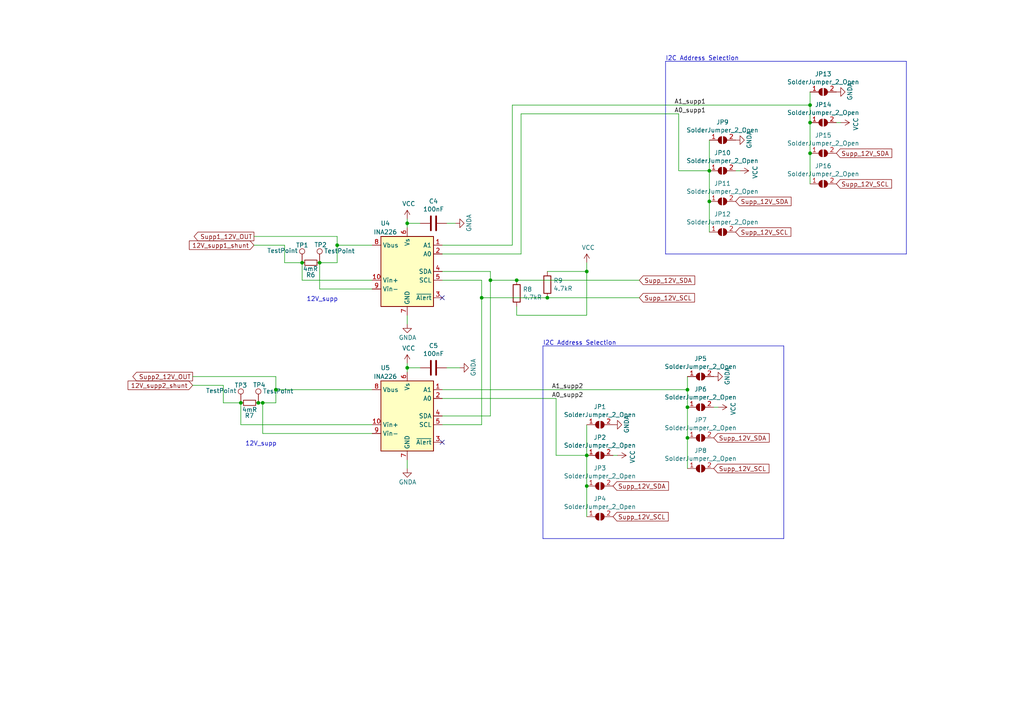
<source format=kicad_sch>
(kicad_sch (version 20230121) (generator eeschema)
  (paper "A4")
  (title_block (title "Measure Circuit Support Power"))
  (lib_symbols
    (symbol "Connector:TestPoint" (pin_numbers hide) (pin_names (offset 0.762) hide)
      (property "Reference" "TP" (at 0 6.858 0))
      (property "Value" "TestPoint" (at 0 5.08 0))
      (symbol "TestPoint_0_1"
        (circle (center 0 3.302) (radius 0.762))
      )
      (symbol "TestPoint_1_1"
        (pin passive line (at 0 0 90) (length 2.54) (name "1") (number "1"))
      )
    )
    (symbol "Device:C" (pin_numbers hide) (pin_names (offset 0.254))
      (property "Reference" "C" (at 0.635 2.54 0))
      (property "Value" "C" (at 0.635 -2.54 0))
      (symbol "C_0_1"
        (polyline (pts (xy -2.032 -0.762) (xy 2.032 -0.762)) (stroke (width 0.508)))
        (polyline (pts (xy -2.032 0.762) (xy 2.032 0.762)) (stroke (width 0.508)))
      )
      (symbol "C_1_1"
        (pin passive line (at 0 3.81 270) (length 2.794) (name "~") (number "1"))
        (pin passive line (at 0 -3.81 90) (length 2.794) (name "~") (number "2"))
      )
    )
    (symbol "Device:R" (pin_numbers hide) (pin_names (offset 0))
      (property "Reference" "R" (at 2.032 0 90))
      (property "Value" "R" (at 0 0 90))
      (symbol "R_0_1"
        (rectangle (start -1.016 -2.54) (end 1.016 2.54) (stroke (width 0.254)))
      )
      (symbol "R_1_1"
        (pin passive line (at 0 3.81 270) (length 1.27) (name "~") (number "1"))
        (pin passive line (at 0 -3.81 90) (length 1.27) (name "~") (number "2"))
      )
    )
    (symbol "Device:R_Small" (pin_numbers hide) (pin_names (offset 0.254) hide)
      (property "Reference" "R" (at 0.762 0.508 0))
      (property "Value" "R_Small" (at 0.762 -1.016 0))
      (symbol "R_Small_0_1"
        (rectangle (start -0.762 1.778) (end 0.762 -1.778) (stroke (width 0.2032)))
      )
      (symbol "R_Small_1_1"
        (pin passive line (at 0 2.54 270) (length 0.762) (name "~") (number "1"))
        (pin passive line (at 0 -2.54 90) (length 0.762) (name "~") (number "2"))
      )
    )
    (symbol "Jumper:SolderJumper_2_Open" (pin_names (offset 0) hide)
      (property "Reference" "JP" (at 0 2.032 0))
      (property "Value" "SolderJumper_2_Open" (at 0 -2.54 0))
      (symbol "SolderJumper_2_Open_0_1"
        (arc (start -0.254 1.016) (mid -1.2656 0) (end -0.254 -1.016))
        (arc (start -0.254 1.016) (mid -1.2656 0) (end -0.254 -1.016) (fill (type outline)))
        (polyline (pts (xy -0.254 1.016) (xy -0.254 -1.016)))
        (polyline (pts (xy 0.254 1.016) (xy 0.254 -1.016)))
        (arc (start 0.254 -1.016) (mid 1.2656 0) (end 0.254 1.016))
        (arc (start 0.254 -1.016) (mid 1.2656 0) (end 0.254 1.016) (fill (type outline)))
      )
      (symbol "SolderJumper_2_Open_1_1"
        (pin passive line (at -3.81 0 0) (length 2.54) (name "A") (number "1"))
        (pin passive line (at 3.81 0 180) (length 2.54) (name "B") (number "2"))
      )
    )
    (symbol "m_pex_sensor-rescue:INA226-Analog_ADC"
      (property "Reference" "U" (at 3.81 11.43 0))
      (property "Value" "m_pex_sensor-rescue_INA226-Analog_ADC" (at 5.08 -11.43 0))
      (symbol "INA226-Analog_ADC_0_1"
        (rectangle (start 7.62 10.16) (end -7.62 -10.16) (stroke (width 0.254)) (fill (type background)))
      )
      (symbol "INA226-Analog_ADC_1_1"
        (pin passive line (at 10.16 7.62 180) (length 2.54) (name "A1") (number "1"))
        (pin input line (at -10.16 -2.54 0) (length 2.54) (name "Vin+") (number "10"))
        (pin passive line (at 10.16 5.08 180) (length 2.54) (name "A0") (number "2"))
        (pin open_collector line (at 10.16 -7.62 180) (length 2.54) (name "~{Alert}") (number "3"))
        (pin bidirectional line (at 10.16 0 180) (length 2.54) (name "SDA") (number "4"))
        (pin input line (at 10.16 -2.54 180) (length 2.54) (name "SCL") (number "5"))
        (pin power_in line (at 0 12.7 270) (length 2.54) (name "Vs") (number "6"))
        (pin power_in line (at 0 -12.7 90) (length 2.54) (name "GND") (number "7"))
        (pin input line (at -10.16 7.62 0) (length 2.54) (name "Vbus") (number "8"))
        (pin input line (at -10.16 -5.08 0) (length 2.54) (name "Vin-") (number "9"))
      )
    )
    (symbol "power:GNDA" (power) (pin_names (offset 0))
      (property "Value" "GNDA" (at 0 -3.81 0))
      (symbol "GNDA_0_1"
        (polyline (pts (xy 0 0) (xy 0 -1.27) (xy 1.27 -1.27) (xy 0 -2.54) (xy -1.27 -1.27) (xy 0 -1.27)))
      )
      (symbol "GNDA_1_1"
        (pin power_in line (at 0 0 270) (length 0) hide (name "GNDA") (number "1"))
      )
    )
    (symbol "power:VCC" (power) (pin_names (offset 0))
      (property "Value" "VCC" (at 0 3.81 0))
      (symbol "VCC_0_1"
        (polyline (pts (xy -0.762 1.27) (xy 0 2.54)))
        (polyline (pts (xy 0 0) (xy 0 2.54)))
        (polyline (pts (xy 0 2.54) (xy 0.762 1.27)))
      )
      (symbol "VCC_1_1"
        (pin power_in line (at 0 0 90) (length 0) hide (name "VCC") (number "1"))
      )
    )
  )
  (junction (at 142.24 81.28))
  (junction (at 158.75 86.36))
  (junction (at 170.18 140.97))
  (junction (at 234.95 44.45))
  (junction (at 170.18 78.74))
  (junction (at 149.86 81.28))
  (junction (at 199.39 113.03))
  (junction (at 76.2 116.84))
  (junction (at 118.11 64.77))
  (junction (at 97.79 71.12))
  (junction (at 74.93 116.84))
  (junction (at 92.71 76.2))
  (junction (at 199.39 118.11))
  (junction (at 205.74 58.42))
  (junction (at 234.95 30.48))
  (junction (at 80.01 113.03))
  (junction (at 170.18 132.08))
  (junction (at 118.11 106.68))
  (junction (at 205.74 49.53))
  (junction (at 87.63 76.2))
  (junction (at 69.85 116.84))
  (junction (at 199.39 127))
  (junction (at 234.95 35.56))
  (junction (at 139.7 86.36))
  (no_connect (at 128.27 128.27))
  (no_connect (at 128.27 86.36))
  (wire (pts (xy 151.13 33.02) (xy 151.13 73.66)))
  (wire (pts (xy 118.11 63.5) (xy 118.11 64.77)))
  (wire (pts (xy 97.79 71.12) (xy 97.79 68.58)))
  (wire (pts (xy 128.27 115.57) (xy 161.29 115.57)))
  (wire (pts (xy 205.74 49.53) (xy 205.74 58.42)))
  (polyline (pts (xy 193.04 17.78) (xy 262.89 17.78)))
  (wire (pts (xy 179.07 132.08) (xy 177.8 132.08)))
  (wire (pts (xy 170.18 123.19) (xy 170.18 132.08)))
  (wire (pts (xy 76.2 125.73) (xy 107.95 125.73)))
  (wire (pts (xy 118.11 133.35) (xy 118.11 135.89)))
  (wire (pts (xy 196.85 49.53) (xy 205.74 49.53)))
  (wire (pts (xy 82.55 76.2) (xy 82.55 71.12)))
  (wire (pts (xy 148.59 30.48) (xy 234.95 30.48)))
  (wire (pts (xy 128.27 113.03) (xy 199.39 113.03)))
  (wire (pts (xy 118.11 105.41) (xy 118.11 106.68)))
  (wire (pts (xy 80.01 113.03) (xy 107.95 113.03)))
  (wire (pts (xy 205.74 58.42) (xy 205.74 67.31)))
  (wire (pts (xy 118.11 106.68) (xy 118.11 107.95)))
  (wire (pts (xy 199.39 127) (xy 199.39 135.89)))
  (wire (pts (xy 97.79 76.2) (xy 97.79 71.12)))
  (wire (pts (xy 64.77 116.84) (xy 64.77 111.76)))
  (wire (pts (xy 80.01 116.84) (xy 80.01 113.03)))
  (wire (pts (xy 151.13 73.66) (xy 128.27 73.66)))
  (wire (pts (xy 142.24 78.74) (xy 142.24 81.28)))
  (wire (pts (xy 80.01 109.22) (xy 55.88 109.22)))
  (wire (pts (xy 161.29 115.57) (xy 161.29 132.08)))
  (wire (pts (xy 151.13 33.02) (xy 196.85 33.02)))
  (polyline (pts (xy 157.48 100.33) (xy 227.33 100.33)))
  (wire (pts (xy 97.79 71.12) (xy 107.95 71.12)))
  (wire (pts (xy 118.11 64.77) (xy 118.11 66.04)))
  (wire (pts (xy 97.79 68.58) (xy 73.66 68.58)))
  (wire (pts (xy 142.24 78.74) (xy 128.27 78.74)))
  (wire (pts (xy 214.63 49.53) (xy 213.36 49.53)))
  (wire (pts (xy 64.77 111.76) (xy 55.88 111.76)))
  (wire (pts (xy 139.7 86.36) (xy 139.7 123.19)))
  (wire (pts (xy 161.29 132.08) (xy 170.18 132.08)))
  (wire (pts (xy 205.74 40.64) (xy 205.74 49.53)))
  (wire (pts (xy 76.2 116.84) (xy 76.2 125.73)))
  (wire (pts (xy 158.75 78.74) (xy 170.18 78.74)))
  (wire (pts (xy 87.63 81.28) (xy 107.95 81.28)))
  (wire (pts (xy 118.11 91.44) (xy 118.11 93.98)))
  (wire (pts (xy 121.92 106.68) (xy 118.11 106.68)))
  (polyline (pts (xy 157.48 156.21) (xy 157.48 100.33)))
  (polyline (pts (xy 227.33 100.33) (xy 227.33 156.21)))
  (wire (pts (xy 87.63 76.2) (xy 87.63 81.28)))
  (wire (pts (xy 69.85 116.84) (xy 69.85 123.19)))
  (wire (pts (xy 199.39 118.11) (xy 199.39 127)))
  (wire (pts (xy 196.85 33.02) (xy 196.85 49.53)))
  (wire (pts (xy 243.84 35.56) (xy 242.57 35.56)))
  (wire (pts (xy 129.54 106.68) (xy 133.35 106.68)))
  (wire (pts (xy 208.28 118.11) (xy 207.01 118.11)))
  (polyline (pts (xy 227.33 156.21) (xy 157.48 156.21)))
  (wire (pts (xy 82.55 76.2) (xy 87.63 76.2)))
  (wire (pts (xy 170.18 132.08) (xy 170.18 140.97)))
  (wire (pts (xy 69.85 123.19) (xy 107.95 123.19)))
  (wire (pts (xy 234.95 35.56) (xy 234.95 44.45)))
  (wire (pts (xy 148.59 71.12) (xy 148.59 30.48)))
  (wire (pts (xy 142.24 81.28) (xy 149.86 81.28)))
  (wire (pts (xy 128.27 123.19) (xy 139.7 123.19)))
  (wire (pts (xy 149.86 91.44) (xy 170.18 91.44)))
  (wire (pts (xy 170.18 140.97) (xy 170.18 149.86)))
  (wire (pts (xy 199.39 109.22) (xy 199.39 113.03)))
  (wire (pts (xy 121.92 64.77) (xy 118.11 64.77)))
  (polyline (pts (xy 193.04 73.66) (xy 193.04 17.78)))
  (wire (pts (xy 158.75 86.36) (xy 139.7 86.36)))
  (wire (pts (xy 234.95 30.48) (xy 234.95 35.56)))
  (wire (pts (xy 92.71 76.2) (xy 92.71 83.82)))
  (wire (pts (xy 128.27 81.28) (xy 139.7 81.28)))
  (polyline (pts (xy 262.89 73.66) (xy 193.04 73.66)))
  (wire (pts (xy 158.75 86.36) (xy 185.42 86.36)))
  (wire (pts (xy 170.18 91.44) (xy 170.18 78.74)))
  (wire (pts (xy 139.7 81.28) (xy 139.7 86.36)))
  (wire (pts (xy 128.27 120.65) (xy 142.24 120.65)))
  (wire (pts (xy 132.08 64.77) (xy 129.54 64.77)))
  (wire (pts (xy 76.2 116.84) (xy 80.01 116.84)))
  (wire (pts (xy 80.01 113.03) (xy 80.01 109.22)))
  (wire (pts (xy 199.39 113.03) (xy 199.39 118.11)))
  (wire (pts (xy 82.55 71.12) (xy 73.66 71.12)))
  (wire (pts (xy 92.71 76.2) (xy 97.79 76.2)))
  (wire (pts (xy 142.24 81.28) (xy 142.24 120.65)))
  (wire (pts (xy 64.77 116.84) (xy 69.85 116.84)))
  (wire (pts (xy 92.71 83.82) (xy 107.95 83.82)))
  (wire (pts (xy 74.93 116.84) (xy 76.2 116.84)))
  (wire (pts (xy 128.27 71.12) (xy 148.59 71.12)))
  (wire (pts (xy 170.18 78.74) (xy 170.18 76.2)))
  (wire (pts (xy 149.86 81.28) (xy 185.42 81.28)))
  (polyline (pts (xy 262.89 17.78) (xy 262.89 73.66)))
  (wire (pts (xy 149.86 91.44) (xy 149.86 88.9)))
  (wire (pts (xy 234.95 44.45) (xy 234.95 53.34)))
  (wire (pts (xy 234.95 26.67) (xy 234.95 30.48)))
  (text "I2C Address Selection\n" (at 157.48 100.33 0) (effects (font (size 1.27 1.27)) (justify left bottom)))
  (text "I2C Address Selection\n" (at 193.04 17.78 0) (effects (font (size 1.27 1.27)) (justify left bottom)))
  (text "12V_supp\n" (at 88.9 87.63 0) (effects (font (size 1.27 1.27)) (justify left bottom)))
  (text "12V_supp\n" (at 71.12 129.54 0) (effects (font (size 1.27 1.27)) (justify left bottom)))
  (label "A1_supp2" (at 160.02 113.03 0))
  (label "A0_supp2" (at 160.02 115.57 0))
  (label "A1_supp1" (at 195.58 30.48 0))
  (label "A0_supp1" (at 195.58 33.02 0))
  (global_label "Supp_12V_SCL" (shape input) (at 185.42 86.36 0) (property "Intersheetrefs" "${INTERSHEET_REFS}" (effects hide)))
  (global_label "Supp_12V_SDA" (shape input) (at 213.36 58.42 0) (property "Intersheetrefs" "${INTERSHEET_REFS}" (effects hide)))
  (global_label "Supp_12V_SDA" (shape input) (at 177.8 140.97 0) (property "Intersheetrefs" "${INTERSHEET_REFS}" (effects hide)))
  (global_label "Supp2_12V_OUT" (shape output) (at 55.88 109.22 180) (property "Intersheetrefs" "${INTERSHEET_REFS}" (effects hide)))
  (global_label "Supp_12V_SCL" (shape input) (at 177.8 149.86 0) (property "Intersheetrefs" "${INTERSHEET_REFS}" (effects hide)))
  (global_label "Supp_12V_SDA" (shape input) (at 242.57 44.45 0) (property "Intersheetrefs" "${INTERSHEET_REFS}" (effects hide)))
  (global_label "12V_supp2_shunt" (shape input) (at 55.88 111.76 180) (property "Intersheetrefs" "${INTERSHEET_REFS}" (effects hide)))
  (global_label "Supp1_12V_OUT" (shape output) (at 73.66 68.58 180) (property "Intersheetrefs" "${INTERSHEET_REFS}" (effects hide)))
  (global_label "Supp_12V_SDA" (shape input) (at 207.01 127 0) (property "Intersheetrefs" "${INTERSHEET_REFS}" (effects hide)))
  (global_label "Supp_12V_SCL" (shape input) (at 207.01 135.89 0) (property "Intersheetrefs" "${INTERSHEET_REFS}" (effects hide)))
  (global_label "Supp_12V_SDA" (shape input) (at 185.42 81.28 0) (property "Intersheetrefs" "${INTERSHEET_REFS}" (effects hide)))
  (global_label "Supp_12V_SCL" (shape input) (at 213.36 67.31 0) (property "Intersheetrefs" "${INTERSHEET_REFS}" (effects hide)))
  (global_label "Supp_12V_SCL" (shape input) (at 242.57 53.34 0) (property "Intersheetrefs" "${INTERSHEET_REFS}" (effects hide)))
  (global_label "12V_supp1_shunt" (shape input) (at 73.66 71.12 180) (property "Intersheetrefs" "${INTERSHEET_REFS}" (effects hide)))
  (symbol (lib_id "Device:R_Small") (at 90.17 76.2 270) (unit 1)
    (property "Reference" "R6" (at 90.1192 79.756 90))
    (property "Value" "4mR" (at 90.043 77.978 90))
    (property "Footprint" "ShuntRes2512:PU2512FKM130R004L" (effects hide))
  )
  (symbol (lib_id "m_pex_sensor-rescue:INA226-Analog_ADC") (at 118.11 78.74 0) (unit 1)
    (property "Reference" "U4" (at 111.76 64.77 0))
    (property "Value" "INA226" (at 111.76 67.31 0))
    (property "Footprint" "Package_SO:MSOP-10_3x3mm_P0.5mm" (effects hide))
    (property "Datasheet" "http://www.ti.com/lit/ds/symlink/ina226.pdf" (effects hide))
  )
  (symbol (lib_id "m_pex_sensor-rescue:INA226-Analog_ADC") (at 118.11 120.65 0) (unit 1)
    (property "Reference" "U5" (at 111.76 106.68 0))
    (property "Value" "INA226" (at 111.76 109.22 0))
    (property "Footprint" "Package_SO:MSOP-10_3x3mm_P0.5mm" (effects hide))
    (property "Datasheet" "http://www.ti.com/lit/ds/symlink/ina226.pdf" (effects hide))
  )
  (symbol (lib_id "power:VCC") (at 118.11 63.5 0) (unit 1)
    (property "Reference" "#PWR0119" (effects hide))
    (property "Value" "VCC" (at 118.5418 59.1058 0))
  )
  (symbol (lib_id "Device:C") (at 125.73 64.77 270) (unit 1)
    (property "Reference" "C4" (at 125.73 58.3692 90))
    (property "Value" "100nF" (at 125.73 60.6806 90))
    (property "Footprint" "Resistor_SMD:R_0402_1005Metric" (effects hide))
  )
  (symbol (lib_id "Device:C") (at 125.73 106.68 270) (unit 1)
    (property "Reference" "C5" (at 125.73 100.2792 90))
    (property "Value" "100nF" (at 125.73 102.5906 90))
    (property "Footprint" "Resistor_SMD:R_0402_1005Metric" (effects hide))
  )
  (symbol (lib_id "power:VCC") (at 170.18 76.2 0) (unit 1)
    (property "Reference" "#PWR0120" (effects hide))
    (property "Value" "VCC" (at 170.6118 71.8058 0))
  )
  (symbol (lib_id "power:GNDA") (at 132.08 64.77 90) (unit 1)
    (property "Reference" "#PWR0123" (effects hide))
    (property "Value" "GNDA" (at 136.017 64.6684 0))
  )
  (symbol (lib_id "power:VCC") (at 118.11 105.41 0) (unit 1)
    (property "Reference" "#PWR0124" (effects hide))
    (property "Value" "VCC" (at 118.5418 101.0158 0))
  )
  (symbol (lib_id "Device:R") (at 149.86 85.09 0) (unit 1)
    (property "Reference" "R8" (at 151.638 83.9216 0) (effects (justify left)))
    (property "Value" "4.7kR" (at 151.638 86.233 0) (effects (justify left)))
    (property "Footprint" "Resistor_SMD:R_0402_1005Metric" (effects hide))
  )
  (symbol (lib_id "Device:R") (at 158.75 82.55 0) (unit 1)
    (property "Reference" "R9" (at 160.528 81.3816 0) (effects (justify left)))
    (property "Value" "4.7kR" (at 160.528 83.693 0) (effects (justify left)))
    (property "Footprint" "Resistor_SMD:R_0402_1005Metric" (effects hide))
  )
  (symbol (lib_id "Device:R_Small") (at 72.39 116.84 270) (unit 1)
    (property "Reference" "R7" (at 72.3392 120.5484 90))
    (property "Value" "4mR" (at 72.39 118.8212 90))
    (property "Footprint" "ShuntRes2512:PU2512FKM130R004L" (effects hide))
  )
  (symbol (lib_id "power:GNDA") (at 118.11 93.98 0) (unit 1)
    (property "Reference" "#PWR0143" (effects hide))
    (property "Value" "GNDA" (at 118.2116 97.917 0))
  )
  (symbol (lib_id "power:GNDA") (at 133.35 106.68 90) (unit 1)
    (property "Reference" "#PWR0153" (effects hide))
    (property "Value" "GNDA" (at 137.287 106.5784 0))
  )
  (symbol (lib_id "power:GNDA") (at 118.11 135.89 0) (unit 1)
    (property "Reference" "#PWR0154" (effects hide))
    (property "Value" "GNDA" (at 118.2116 139.827 0))
  )
  (symbol (lib_id "Jumper:SolderJumper_2_Open") (at 203.2 109.22 0) (unit 1)
    (property "Reference" "JP5" (at 203.2 104.013 0))
    (property "Value" "SolderJumper_2_Open" (at 203.2 106.3244 0))
    (property "Footprint" "Jumper:SolderJumper-2_P1.3mm_Open_RoundedPad1.0x1.5mm" (effects hide))
  )
  (symbol (lib_id "Jumper:SolderJumper_2_Open") (at 203.2 118.11 0) (unit 1)
    (property "Reference" "JP6" (at 203.2 112.903 0))
    (property "Value" "SolderJumper_2_Open" (at 203.2 115.2144 0))
    (property "Footprint" "Jumper:SolderJumper-2_P1.3mm_Open_RoundedPad1.0x1.5mm" (effects hide))
  )
  (symbol (lib_id "Jumper:SolderJumper_2_Open") (at 203.2 127 0) (unit 1)
    (property "Reference" "JP7" (at 203.2 121.793 0))
    (property "Value" "SolderJumper_2_Open" (at 203.2 124.1044 0))
    (property "Footprint" "Jumper:SolderJumper-2_P1.3mm_Open_RoundedPad1.0x1.5mm" (effects hide))
  )
  (symbol (lib_id "Jumper:SolderJumper_2_Open") (at 203.2 135.89 0) (unit 1)
    (property "Reference" "JP8" (at 203.2 130.683 0))
    (property "Value" "SolderJumper_2_Open" (at 203.2 132.9944 0))
    (property "Footprint" "Jumper:SolderJumper-2_P1.3mm_Open_RoundedPad1.0x1.5mm" (effects hide))
  )
  (symbol (lib_id "power:GNDA") (at 207.01 109.22 90) (unit 1)
    (property "Reference" "#PWR0116" (effects hide))
    (property "Value" "GNDA" (at 210.947 109.1184 0))
  )
  (symbol (lib_id "power:VCC") (at 208.28 118.11 270) (unit 1)
    (property "Reference" "#PWR0117" (effects hide))
    (property "Value" "VCC" (at 212.6742 118.5418 0))
  )
  (symbol (lib_id "Jumper:SolderJumper_2_Open") (at 173.99 123.19 0) (unit 1)
    (property "Reference" "JP1" (at 173.99 117.983 0))
    (property "Value" "SolderJumper_2_Open" (at 173.99 120.2944 0))
    (property "Footprint" "Jumper:SolderJumper-2_P1.3mm_Open_RoundedPad1.0x1.5mm" (effects hide))
  )
  (symbol (lib_id "Jumper:SolderJumper_2_Open") (at 173.99 132.08 0) (unit 1)
    (property "Reference" "JP2" (at 173.99 126.873 0))
    (property "Value" "SolderJumper_2_Open" (at 173.99 129.1844 0))
    (property "Footprint" "Jumper:SolderJumper-2_P1.3mm_Open_RoundedPad1.0x1.5mm" (effects hide))
  )
  (symbol (lib_id "Jumper:SolderJumper_2_Open") (at 173.99 140.97 0) (unit 1)
    (property "Reference" "JP3" (at 173.99 135.763 0))
    (property "Value" "SolderJumper_2_Open" (at 173.99 138.0744 0))
    (property "Footprint" "Jumper:SolderJumper-2_P1.3mm_Open_RoundedPad1.0x1.5mm" (effects hide))
  )
  (symbol (lib_id "Jumper:SolderJumper_2_Open") (at 173.99 149.86 0) (unit 1)
    (property "Reference" "JP4" (at 173.99 144.653 0))
    (property "Value" "SolderJumper_2_Open" (at 173.99 146.9644 0))
    (property "Footprint" "Jumper:SolderJumper-2_P1.3mm_Open_RoundedPad1.0x1.5mm" (effects hide))
  )
  (symbol (lib_id "power:GNDA") (at 177.8 123.19 90) (unit 1)
    (property "Reference" "#PWR0148" (effects hide))
    (property "Value" "GNDA" (at 181.737 123.0884 0))
  )
  (symbol (lib_id "power:VCC") (at 179.07 132.08 270) (unit 1)
    (property "Reference" "#PWR0149" (effects hide))
    (property "Value" "VCC" (at 183.4642 132.5118 0))
  )
  (symbol (lib_id "Jumper:SolderJumper_2_Open") (at 238.76 26.67 0) (unit 1)
    (property "Reference" "JP13" (at 238.76 21.463 0))
    (property "Value" "SolderJumper_2_Open" (at 238.76 23.7744 0))
    (property "Footprint" "Jumper:SolderJumper-2_P1.3mm_Open_RoundedPad1.0x1.5mm" (effects hide))
  )
  (symbol (lib_id "Jumper:SolderJumper_2_Open") (at 238.76 35.56 0) (unit 1)
    (property "Reference" "JP14" (at 238.76 30.353 0))
    (property "Value" "SolderJumper_2_Open" (at 238.76 32.6644 0))
    (property "Footprint" "Jumper:SolderJumper-2_P1.3mm_Open_RoundedPad1.0x1.5mm" (effects hide))
  )
  (symbol (lib_id "Jumper:SolderJumper_2_Open") (at 238.76 44.45 0) (unit 1)
    (property "Reference" "JP15" (at 238.76 39.243 0))
    (property "Value" "SolderJumper_2_Open" (at 238.76 41.5544 0))
    (property "Footprint" "Jumper:SolderJumper-2_P1.3mm_Open_RoundedPad1.0x1.5mm" (effects hide))
  )
  (symbol (lib_id "Jumper:SolderJumper_2_Open") (at 238.76 53.34 0) (unit 1)
    (property "Reference" "JP16" (at 238.76 48.133 0))
    (property "Value" "SolderJumper_2_Open" (at 238.76 50.4444 0))
    (property "Footprint" "Jumper:SolderJumper-2_P1.3mm_Open_RoundedPad1.0x1.5mm" (effects hide))
  )
  (symbol (lib_id "power:GNDA") (at 242.57 26.67 90) (unit 1)
    (property "Reference" "#PWR0129" (effects hide))
    (property "Value" "GNDA" (at 246.507 26.5684 0))
  )
  (symbol (lib_id "power:VCC") (at 243.84 35.56 270) (unit 1)
    (property "Reference" "#PWR0155" (effects hide))
    (property "Value" "VCC" (at 248.2342 35.9918 0))
  )
  (symbol (lib_id "Jumper:SolderJumper_2_Open") (at 209.55 40.64 0) (unit 1)
    (property "Reference" "JP9" (at 209.55 35.433 0))
    (property "Value" "SolderJumper_2_Open" (at 209.55 37.7444 0))
    (property "Footprint" "Jumper:SolderJumper-2_P1.3mm_Open_RoundedPad1.0x1.5mm" (effects hide))
  )
  (symbol (lib_id "Jumper:SolderJumper_2_Open") (at 209.55 49.53 0) (unit 1)
    (property "Reference" "JP10" (at 209.55 44.323 0))
    (property "Value" "SolderJumper_2_Open" (at 209.55 46.6344 0))
    (property "Footprint" "Jumper:SolderJumper-2_P1.3mm_Open_RoundedPad1.0x1.5mm" (effects hide))
  )
  (symbol (lib_id "Jumper:SolderJumper_2_Open") (at 209.55 58.42 0) (unit 1)
    (property "Reference" "JP11" (at 209.55 53.213 0))
    (property "Value" "SolderJumper_2_Open" (at 209.55 55.5244 0))
    (property "Footprint" "Jumper:SolderJumper-2_P1.3mm_Open_RoundedPad1.0x1.5mm" (effects hide))
  )
  (symbol (lib_id "Jumper:SolderJumper_2_Open") (at 209.55 67.31 0) (unit 1)
    (property "Reference" "JP12" (at 209.55 62.103 0))
    (property "Value" "SolderJumper_2_Open" (at 209.55 64.4144 0))
    (property "Footprint" "Jumper:SolderJumper-2_P1.3mm_Open_RoundedPad1.0x1.5mm" (effects hide))
  )
  (symbol (lib_id "power:GNDA") (at 213.36 40.64 90) (unit 1)
    (property "Reference" "#PWR0156" (effects hide))
    (property "Value" "GNDA" (at 217.297 40.5384 0))
  )
  (symbol (lib_id "power:VCC") (at 214.63 49.53 270) (unit 1)
    (property "Reference" "#PWR0157" (effects hide))
    (property "Value" "VCC" (at 219.0242 49.9618 0))
  )
  (symbol (lib_id "Connector:TestPoint") (at 92.71 76.2 0) (unit 1)
    (property "Reference" "TP2" (at 91.1352 71.0184 0) (effects (justify left)))
    (property "Value" "TestPoint" (at 93.98 72.7964 0) (effects (justify left)))
    (property "Footprint" "TestPoint:TestPoint_THTPad_D2.0mm_Drill1.0mm" (effects hide))
  )
  (symbol (lib_id "Connector:TestPoint") (at 74.93 116.84 0) (unit 1)
    (property "Reference" "TP4" (at 73.3552 111.6584 0) (effects (justify left)))
    (property "Value" "TestPoint" (at 76.2 113.4364 0) (effects (justify left)))
    (property "Footprint" "TestPoint:TestPoint_THTPad_D2.0mm_Drill1.0mm" (effects hide))
  )
  (symbol (lib_id "Connector:TestPoint") (at 87.63 76.2 0) (unit 1)
    (property "Reference" "TP1" (at 85.8012 71.12 0) (effects (justify left)))
    (property "Value" "TestPoint" (at 77.47 72.6948 0) (effects (justify left)))
    (property "Footprint" "TestPoint:TestPoint_THTPad_D2.0mm_Drill1.0mm" (effects hide))
  )
  (symbol (lib_id "Connector:TestPoint") (at 69.85 116.84 0) (unit 1)
    (property "Reference" "TP3" (at 68.0212 111.76 0) (effects (justify left)))
    (property "Value" "TestPoint" (at 59.69 113.3348 0) (effects (justify left)))
    (property "Footprint" "TestPoint:TestPoint_THTPad_D2.0mm_Drill1.0mm" (effects hide))
  )
)
</source>
